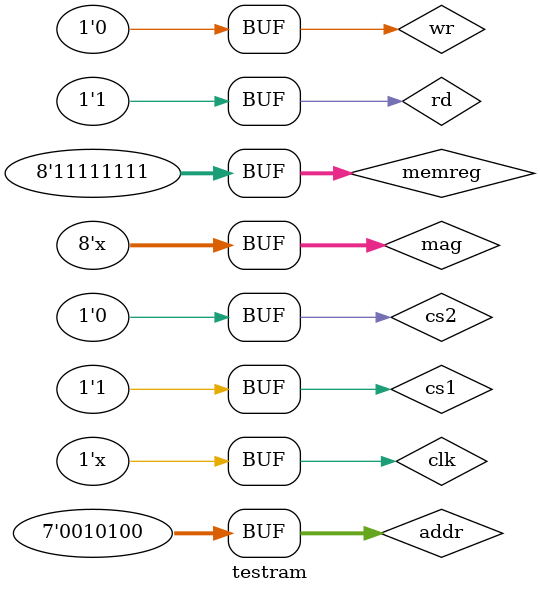
<source format=v>
`timescale 1ns/1ns

module ram(cs1, cs2, rd, wr, addr, mag, clk);
    input cs1, cs2, rd, wr, clk;
    input [6 : 0] addr;
    inout [7 : 0] mag;
    reg [7 : 0] memory [0 : 128];
    reg [7 : 0] memreg;
    
    assign mag = (cs1 && !cs2 && rd) ? memreg : 8'bzzzzzzzz;
    
    always @(posedge clk) begin
        if (!rd && wr) begin
            memory[addr] = mag;
        end
    end
    
    always @(addr or rd or wr) begin
        if (rd) begin
            memreg = memory[addr];
        end
    end
endmodule

module testram();
    reg clk;
    reg cs1, cs2, rd, wr;
    reg [6 : 0] addr;
    wire [7 : 0] mag;
    reg [7 : 0] memreg;
    
    assign mag = (cs1 && !cs2 && !rd && wr) ? memreg : 8'bzzzzzzzz;
    
    initial begin 
       clk = 0;
       cs1 = 1;
       cs2 = 0;
       rd = 0;
       wr = 0;
       addr = 0;
    end
    
    always begin
        #1 clk = !clk;
    end
    
    initial begin
        addr = 7'd10; // scrie 170 la 10
        memreg = 8'b10101010;
        rd = 0;
        wr = 1;
        
        #2 addr = 7'd20; //scrie 255 la 20
        memreg = 8'b11111111;
        rd = 0;
        wr = 1;
        
        #2 addr = 7'd10; //citeste de la 10
        rd = 1;
        wr = 0;
        
        #2 addr = 7'd20; //citeste de la 20
        rd = 1;
        wr = 0;
    end
    
    ram R(cs1, cs2, rd, wr, addr, mag, clk);
endmodule

</source>
